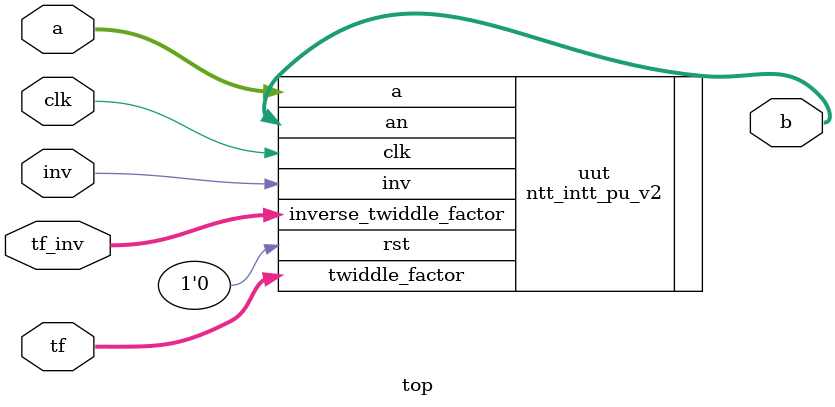
<source format=v>
`timescale 1ps/1ps

module top (
    input clk,
    input [271:0] tf,
    input [271:0] tf_inv,
    input [271:0] a,
    input inv,
    output [271:0] b
    );
    
    ntt_intt_pu_v2 #(.N(17), .D(16)) uut(
        .clk(clk), 
        .a(a), 
        .an(b), 
        .twiddle_factor(tf), 
        .inverse_twiddle_factor(tf_inv), 
        .inv(inv), 
        .rst(1'B0)
        );

endmodule
</source>
